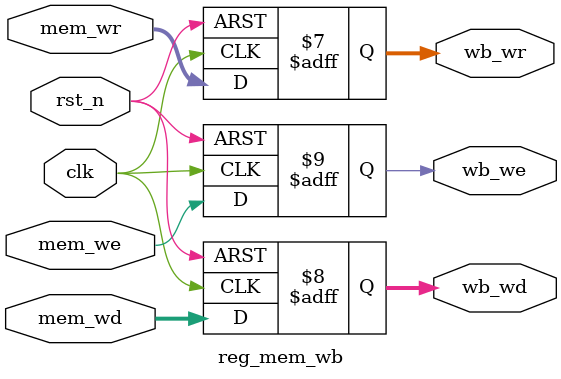
<source format=v>
`timescale 1ns / 1ps

module reg_mem_wb(
    input             clk	,
    input             rst_n	,
	//为什么没有stop
	input      		  mem_we	,
	input      [31:0] mem_wd	,
	input      [4:0]  mem_wr	,
	
	output     		  wb_we	,
	output reg [31:0] wb_wd	,
	output reg [4:0]  wb_wr	
    /*input             mem_is_inst ,
    output reg        wb_is_inst*/
);

/*always @(posedge clk or negedge rst_n) begin
    if (~rst_n) wb_is_inst <= 'b0         ;
    else          wb_is_inst <= mem_is_inst;
end*/


always @(posedge clk or negedge rst_n) begin
    if (~rst_n) wb_we <= 'b0    ;
    else        wb_we <= mem_we	;
end
always @(posedge clk or negedge rst_n) begin
    if (~rst_n) wb_wd <= 'b0    ;
    else        wb_wd <= mem_wd	;
end
always @(posedge clk or negedge rst_n) begin
    if (~rst_n) wb_wr <= 'b0    ;
    else        wb_wr <= mem_wr	;
end
endmodule

</source>
